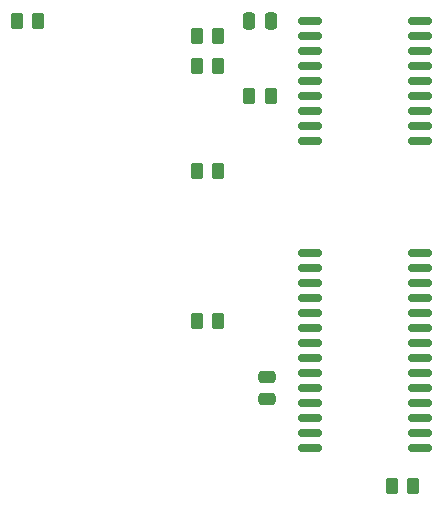
<source format=gbr>
%TF.GenerationSoftware,KiCad,Pcbnew,(6.0.0)*%
%TF.CreationDate,2022-02-22T05:40:17+01:00*%
%TF.ProjectId,Programmer,50726f67-7261-46d6-9d65-722e6b696361,rev?*%
%TF.SameCoordinates,Original*%
%TF.FileFunction,Paste,Top*%
%TF.FilePolarity,Positive*%
%FSLAX46Y46*%
G04 Gerber Fmt 4.6, Leading zero omitted, Abs format (unit mm)*
G04 Created by KiCad (PCBNEW (6.0.0)) date 2022-02-22 05:40:17*
%MOMM*%
%LPD*%
G01*
G04 APERTURE LIST*
G04 Aperture macros list*
%AMRoundRect*
0 Rectangle with rounded corners*
0 $1 Rounding radius*
0 $2 $3 $4 $5 $6 $7 $8 $9 X,Y pos of 4 corners*
0 Add a 4 corners polygon primitive as box body*
4,1,4,$2,$3,$4,$5,$6,$7,$8,$9,$2,$3,0*
0 Add four circle primitives for the rounded corners*
1,1,$1+$1,$2,$3*
1,1,$1+$1,$4,$5*
1,1,$1+$1,$6,$7*
1,1,$1+$1,$8,$9*
0 Add four rect primitives between the rounded corners*
20,1,$1+$1,$2,$3,$4,$5,0*
20,1,$1+$1,$4,$5,$6,$7,0*
20,1,$1+$1,$6,$7,$8,$9,0*
20,1,$1+$1,$8,$9,$2,$3,0*%
G04 Aperture macros list end*
%ADD10RoundRect,0.250000X-0.262500X-0.450000X0.262500X-0.450000X0.262500X0.450000X-0.262500X0.450000X0*%
%ADD11RoundRect,0.150000X-0.875000X-0.150000X0.875000X-0.150000X0.875000X0.150000X-0.875000X0.150000X0*%
%ADD12RoundRect,0.250000X0.250000X0.475000X-0.250000X0.475000X-0.250000X-0.475000X0.250000X-0.475000X0*%
%ADD13RoundRect,0.250000X0.475000X-0.250000X0.475000X0.250000X-0.475000X0.250000X-0.475000X-0.250000X0*%
G04 APERTURE END LIST*
D10*
%TO.C,R5*%
X79732500Y-71120000D03*
X81557500Y-71120000D03*
%TD*%
D11*
%TO.C,U2*%
X104570000Y-90805000D03*
X104570000Y-92075000D03*
X104570000Y-93345000D03*
X104570000Y-94615000D03*
X104570000Y-95885000D03*
X104570000Y-97155000D03*
X104570000Y-98425000D03*
X104570000Y-99695000D03*
X104570000Y-100965000D03*
X104570000Y-102235000D03*
X104570000Y-103505000D03*
X104570000Y-104775000D03*
X104570000Y-106045000D03*
X104570000Y-107315000D03*
X113870000Y-107315000D03*
X113870000Y-106045000D03*
X113870000Y-104775000D03*
X113870000Y-103505000D03*
X113870000Y-102235000D03*
X113870000Y-100965000D03*
X113870000Y-99695000D03*
X113870000Y-98425000D03*
X113870000Y-97155000D03*
X113870000Y-95885000D03*
X113870000Y-94615000D03*
X113870000Y-93345000D03*
X113870000Y-92075000D03*
X113870000Y-90805000D03*
%TD*%
D12*
%TO.C,C1*%
X101280000Y-71120000D03*
X99380000Y-71120000D03*
%TD*%
D13*
%TO.C,C2*%
X100965000Y-103185000D03*
X100965000Y-101285000D03*
%TD*%
D10*
%TO.C,R3*%
X94972500Y-72390000D03*
X96797500Y-72390000D03*
%TD*%
%TO.C,R4*%
X94972500Y-74930000D03*
X96797500Y-74930000D03*
%TD*%
%TO.C,R6*%
X99417500Y-77470000D03*
X101242500Y-77470000D03*
%TD*%
%TO.C,R7*%
X111482500Y-110490000D03*
X113307500Y-110490000D03*
%TD*%
%TO.C,R2*%
X94972500Y-96520000D03*
X96797500Y-96520000D03*
%TD*%
D11*
%TO.C,U3*%
X104570000Y-71120000D03*
X104570000Y-72390000D03*
X104570000Y-73660000D03*
X104570000Y-74930000D03*
X104570000Y-76200000D03*
X104570000Y-77470000D03*
X104570000Y-78740000D03*
X104570000Y-80010000D03*
X104570000Y-81280000D03*
X113870000Y-81280000D03*
X113870000Y-80010000D03*
X113870000Y-78740000D03*
X113870000Y-77470000D03*
X113870000Y-76200000D03*
X113870000Y-74930000D03*
X113870000Y-73660000D03*
X113870000Y-72390000D03*
X113870000Y-71120000D03*
%TD*%
D10*
%TO.C,R1*%
X94972500Y-83820000D03*
X96797500Y-83820000D03*
%TD*%
M02*

</source>
